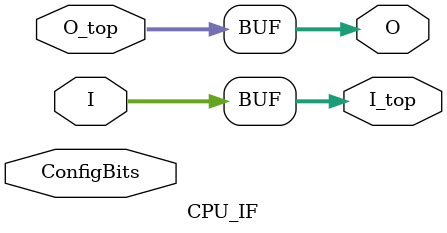
<source format=v>


module CPU_IF #(parameter NoConfigBits = 0)(
	// ConfigBits has to be adjusted manually (we don't use an arithmetic parser for the value)

	// User design
    input  [(16 - 1) : 0] I,
    output [(16 - 1) : 0] O,

    // Top
    (* FABulous, EXTERNAL *) output [(16 - 1) : 0] I_top,
    (* FABulous, EXTERNAL *) input  [(16 - 1) : 0] O_top,

    	(* FABulous, GLOBAL *) input [NoConfigBits-1:0] ConfigBits
);

	assign I_top  = I;
	assign O      = O_top;

endmodule

</source>
